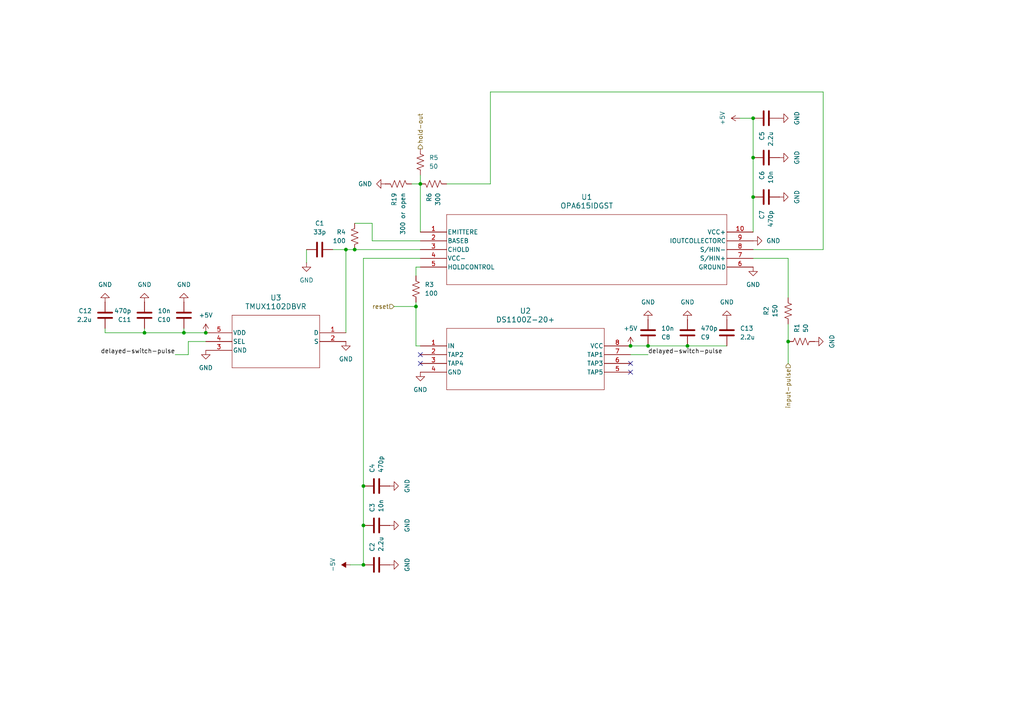
<source format=kicad_sch>
(kicad_sch (version 20231120) (generator "eeschema") (generator_version "8.0")
  (paper "A4")
  (lib_symbols
    (symbol "Device:C" (pin_numbers hide) (pin_names (offset 0.254))
      (property "Reference" "C" (at 0.635 2.54 0))
      (property "Value" "C" (at 0.635 -2.54 0))
      (symbol "C_0_1"
        (polyline (pts (xy -2.032 -0.762) (xy 2.032 -0.762)) (stroke (width 0.508)))
        (polyline (pts (xy -2.032 0.762) (xy 2.032 0.762)) (stroke (width 0.508)))
      )
      (symbol "C_1_1"
        (pin passive line (at 0 3.81 270) (length 2.794) (name "~") (number "1"))
        (pin passive line (at 0 -3.81 90) (length 2.794) (name "~") (number "2"))
      )
    )
    (symbol "Device:R_US" (pin_numbers hide) (pin_names (offset 0))
      (property "Reference" "R" (at 2.54 0 90))
      (property "Value" "R_US" (at -2.54 0 90))
      (symbol "R_US_0_1"
        (polyline (pts (xy 0 -2.286) (xy 0 -2.54)))
        (polyline (pts (xy 0 2.286) (xy 0 2.54)))
        (polyline (pts (xy 0 -0.762) (xy 1.016 -1.143) (xy 0 -1.524) (xy -1.016 -1.905) (xy 0 -2.286)))
        (polyline (pts (xy 0 0.762) (xy 1.016 0.381) (xy 0 0) (xy -1.016 -0.381) (xy 0 -0.762)))
        (polyline (pts (xy 0 2.286) (xy 1.016 1.905) (xy 0 1.524) (xy -1.016 1.143) (xy 0 0.762)))
      )
      (symbol "R_US_1_1"
        (pin passive line (at 0 3.81 270) (length 1.27) (name "~") (number "1"))
        (pin passive line (at 0 -3.81 90) (length 1.27) (name "~") (number "2"))
      )
    )
    (symbol "Project:DS1100Z-20+" (pin_names (offset 0.254))
      (property "Reference" "U" (at 30.48 10.16 0))
      (property "Value" "DS1100Z-20+" (at 30.48 7.62 0))
      (symbol "DS1100Z-20+_0_1"
        (polyline (pts (xy 7.62 -12.7) (xy 53.34 -12.7)) (stroke (width 0.127)))
        (polyline (pts (xy 7.62 5.08) (xy 7.62 -12.7)) (stroke (width 0.127)))
        (polyline (pts (xy 53.34 -12.7) (xy 53.34 5.08)) (stroke (width 0.127)))
        (polyline (pts (xy 53.34 5.08) (xy 7.62 5.08)) (stroke (width 0.127)))
        (pin input line (at 0 0 0) (length 7.62) (name "IN") (number "1"))
        (pin bidirectional line (at 0 -2.54 0) (length 7.62) (name "TAP2") (number "2"))
        (pin bidirectional line (at 0 -5.08 0) (length 7.62) (name "TAP4") (number "3"))
        (pin power_in line (at 0 -7.62 0) (length 7.62) (name "GND") (number "4"))
        (pin bidirectional line (at 60.96 -7.62 180) (length 7.62) (name "TAP5") (number "5"))
        (pin bidirectional line (at 60.96 -5.08 180) (length 7.62) (name "TAP3") (number "6"))
        (pin bidirectional line (at 60.96 -2.54 180) (length 7.62) (name "TAP1") (number "7"))
        (pin power_in line (at 60.96 0 180) (length 7.62) (name "VCC") (number "8"))
      )
    )
    (symbol "Project:OPA615IDGST" (pin_names (offset 0.254))
      (property "Reference" "U" (at 48.26 10.16 0))
      (property "Value" "OPA615IDGST" (at 48.26 7.62 0))
      (symbol "OPA615IDGST_0_1"
        (polyline (pts (xy 7.62 -15.24) (xy 88.9 -15.24)) (stroke (width 0.127)))
        (polyline (pts (xy 7.62 5.08) (xy 7.62 -15.24)) (stroke (width 0.127)))
        (polyline (pts (xy 88.9 -15.24) (xy 88.9 5.08)) (stroke (width 0.127)))
        (polyline (pts (xy 88.9 5.08) (xy 7.62 5.08)) (stroke (width 0.127)))
        (pin power_in line (at 96.52 0 180) (length 7.62) (name "VCC+") (number "10"))
        (pin power_in line (at 0 -7.62 0) (length 7.62) (name "VCC-") (number "4"))
        (pin power_in line (at 96.52 -10.16 180) (length 7.62) (name "GROUND") (number "6"))
        (pin input line (at 96.52 -7.62 180) (length 7.62) (name "S/HIN+") (number "7"))
        (pin input line (at 96.52 -5.08 180) (length 7.62) (name "S/HIN-") (number "8"))
      )
      (symbol "OPA615IDGST_1_1"
        (pin passive line (at 0 0 0) (length 7.62) (name "EMITTERE") (number "1"))
        (pin bidirectional line (at 0 -2.54 0) (length 7.62) (name "BASEB") (number "2"))
        (pin bidirectional line (at 0 -5.08 0) (length 7.62) (name "CHOLD") (number "3"))
        (pin input line (at 0 -10.16 0) (length 7.62) (name "HOLDCONTROL") (number "5"))
        (pin passive line (at 96.52 -2.54 180) (length 7.62) (name "IOUTCOLLECTORC") (number "9"))
      )
    )
    (symbol "Project:TMUX1102DBVR" (pin_names (offset 0.254))
      (property "Reference" "U" (at 0 12.7 0))
      (property "Value" "TMUX1102DBVR" (at 0 10.16 0))
      (symbol "TMUX1102DBVR_0_1"
        (polyline (pts (xy -12.7 -7.62) (xy 12.7 -7.62)) (stroke (width 0.127)))
        (polyline (pts (xy -12.7 7.62) (xy -12.7 -7.62)) (stroke (width 0.127)))
        (polyline (pts (xy 12.7 -7.62) (xy 12.7 7.62)) (stroke (width 0.127)))
        (polyline (pts (xy 12.7 7.62) (xy -12.7 7.62)) (stroke (width 0.127)))
        (pin power_out line (at 20.32 -2.54 180) (length 7.62) (name "GND") (number "3"))
        (pin power_in line (at 20.32 2.54 180) (length 7.62) (name "VDD") (number "5"))
      )
      (symbol "TMUX1102DBVR_1_1"
        (pin passive line (at -20.32 2.54 0) (length 7.62) (name "D") (number "1"))
        (pin passive line (at -20.32 0 0) (length 7.62) (name "S") (number "2"))
        (pin passive line (at 20.32 0 180) (length 7.62) (name "SEL") (number "4"))
      )
    )
    (symbol "power:+5V" (power) (pin_numbers hide) (pin_names (offset 0) hide)
      (property "Value" "+5V" (at 0 3.556 0))
      (symbol "+5V_0_1"
        (polyline (pts (xy -0.762 1.27) (xy 0 2.54)))
        (polyline (pts (xy 0 0) (xy 0 2.54)))
        (polyline (pts (xy 0 2.54) (xy 0.762 1.27)))
      )
      (symbol "+5V_1_1"
        (pin power_in line (at 0 0 90) (length 0) (name "~") (number "1"))
      )
    )
    (symbol "power:-5V" (power) (pin_numbers hide) (pin_names (offset 0) hide)
      (property "Value" "-5V" (at 0 3.556 0))
      (symbol "-5V_0_0"
        (pin power_in line (at 0 0 90) (length 0) (name "~") (number "1"))
      )
      (symbol "-5V_0_1"
        (polyline (pts (xy 0 0) (xy 0 1.27) (xy 0.762 1.27) (xy 0 2.54) (xy -0.762 1.27) (xy 0 1.27)) (fill (type outline)))
      )
    )
    (symbol "power:GND" (power) (pin_numbers hide) (pin_names (offset 0) hide)
      (property "Value" "GND" (at 0 -3.81 0))
      (symbol "GND_0_1"
        (polyline (pts (xy 0 0) (xy 0 -1.27) (xy 1.27 -1.27) (xy 0 -2.54) (xy -1.27 -1.27) (xy 0 -1.27)))
      )
      (symbol "GND_1_1"
        (pin power_in line (at 0 0 270) (length 0) (name "~") (number "1"))
      )
    )
  )
  (junction (at 105.41 152.4))
  (junction (at 53.34 96.52))
  (junction (at 105.41 140.97))
  (junction (at 102.87 72.39))
  (junction (at 199.39 100.33))
  (junction (at 218.44 34.29))
  (junction (at 182.88 100.33))
  (junction (at 41.91 96.52))
  (junction (at 59.69 96.52))
  (junction (at 121.92 53.34))
  (junction (at 105.41 163.83))
  (junction (at 100.33 72.39))
  (junction (at 120.65 88.9))
  (junction (at 218.44 57.15))
  (junction (at 228.6 99.06))
  (junction (at 187.96 100.33))
  (junction (at 218.44 45.72))
  (no_connect (at 121.92 102.87))
  (no_connect (at 182.88 105.41))
  (no_connect (at 121.92 105.41))
  (no_connect (at 182.88 107.95))
  (wire (pts (xy 88.9 72.39) (xy 88.9 76.2)))
  (wire (pts (xy 53.34 96.52) (xy 41.91 96.52)))
  (wire (pts (xy 50.8 102.87) (xy 54.61 102.87)))
  (wire (pts (xy 121.92 53.34) (xy 121.92 50.8)))
  (wire (pts (xy 120.65 87.63) (xy 120.65 88.9)))
  (wire (pts (xy 238.76 26.67) (xy 142.24 26.67)))
  (wire (pts (xy 102.87 72.39) (xy 121.92 72.39)))
  (wire (pts (xy 59.69 96.52) (xy 53.34 96.52)))
  (wire (pts (xy 218.44 72.39) (xy 238.76 72.39)))
  (wire (pts (xy 107.95 69.85) (xy 121.92 69.85)))
  (wire (pts (xy 120.65 77.47) (xy 120.65 80.01)))
  (wire (pts (xy 238.76 72.39) (xy 238.76 26.67)))
  (wire (pts (xy 30.48 96.52) (xy 41.91 96.52)))
  (wire (pts (xy 218.44 34.29) (xy 218.44 45.72)))
  (wire (pts (xy 54.61 102.87) (xy 54.61 99.06)))
  (wire (pts (xy 228.6 99.06) (xy 228.6 105.41)))
  (wire (pts (xy 100.33 72.39) (xy 100.33 96.52)))
  (wire (pts (xy 218.44 57.15) (xy 218.44 67.31)))
  (wire (pts (xy 105.41 163.83) (xy 105.41 152.4)))
  (wire (pts (xy 54.61 99.06) (xy 59.69 99.06)))
  (wire (pts (xy 142.24 26.67) (xy 142.24 53.34)))
  (wire (pts (xy 120.65 77.47) (xy 121.92 77.47)))
  (wire (pts (xy 228.6 74.93) (xy 228.6 86.36)))
  (wire (pts (xy 218.44 74.93) (xy 228.6 74.93)))
  (wire (pts (xy 228.6 93.98) (xy 228.6 99.06)))
  (wire (pts (xy 100.33 72.39) (xy 102.87 72.39)))
  (wire (pts (xy 120.65 88.9) (xy 120.65 100.33)))
  (wire (pts (xy 119.38 53.34) (xy 121.92 53.34)))
  (wire (pts (xy 120.65 100.33) (xy 121.92 100.33)))
  (wire (pts (xy 105.41 74.93) (xy 121.92 74.93)))
  (wire (pts (xy 105.41 152.4) (xy 105.41 140.97)))
  (wire (pts (xy 53.34 95.25) (xy 53.34 96.52)))
  (wire (pts (xy 101.6 163.83) (xy 105.41 163.83)))
  (wire (pts (xy 182.88 102.87) (xy 187.96 102.87)))
  (wire (pts (xy 105.41 74.93) (xy 105.41 140.97)))
  (wire (pts (xy 182.88 100.33) (xy 187.96 100.33)))
  (wire (pts (xy 214.63 34.29) (xy 218.44 34.29)))
  (wire (pts (xy 187.96 100.33) (xy 199.39 100.33)))
  (wire (pts (xy 218.44 45.72) (xy 218.44 57.15)))
  (wire (pts (xy 102.87 64.77) (xy 107.95 64.77)))
  (wire (pts (xy 30.48 95.25) (xy 30.48 96.52)))
  (wire (pts (xy 199.39 100.33) (xy 210.82 100.33)))
  (wire (pts (xy 107.95 64.77) (xy 107.95 69.85)))
  (wire (pts (xy 41.91 96.52) (xy 41.91 95.25)))
  (wire (pts (xy 121.92 53.34) (xy 121.92 67.31)))
  (wire (pts (xy 96.52 72.39) (xy 100.33 72.39)))
  (wire (pts (xy 142.24 53.34) (xy 129.54 53.34)))
  (wire (pts (xy 114.3 88.9) (xy 120.65 88.9)))
  (label "delayed-switch-pulse" (at 50.8 102.87 180))
  (label "delayed-switch-pulse" (at 187.96 102.87 0))
  (hierarchical_label "hold-out" (shape output) (at 121.92 43.18 90))
  (hierarchical_label "input-pulse" (shape input) (at 228.6 105.41 270))
  (hierarchical_label "reset" (shape input) (at 114.3 88.9 180))
  (symbol (lib_id "Device:C") (at 109.22 152.4 90) (unit 1)
    (property "Reference" "C3" (at 107.9499 148.59 0) (effects (justify left)))
    (property "Value" "10n" (at 110.4899 148.59 0) (effects (justify left)))
    (property "Footprint" "Capacitor_SMD:C_0805_2012Metric" (effects (hide yes)))
    (property "Description" "Unpolarized capacitor" (effects (hide yes)))
  )
  (symbol (lib_id "power:+5V") (at 59.69 96.52 0) (unit 1)
    (property "Reference" "#PWR013" (effects (hide yes)))
    (property "Value" "+5V" (at 59.69 91.44 0))
    (property "Description" "Power symbol creates a global label with name \"+5V\"" (effects (hide yes)))
  )
  (symbol (lib_id "power:GND") (at 210.82 92.71 0) (mirror x) (unit 1)
    (property "Reference" "#PWR025" (effects (hide yes)))
    (property "Value" "GND" (at 210.82 87.63 0))
    (property "Description" "Power symbol creates a global label with name \"GND\" , ground" (effects (hide yes)))
  )
  (symbol (lib_id "power:GND") (at 111.76 53.34 270) (unit 1)
    (property "Reference" "#PWR057" (effects (hide yes)))
    (property "Value" "GND" (at 107.95 53.3399 90) (effects (justify right)))
    (property "Description" "Power symbol creates a global label with name \"GND\" , ground" (effects (hide yes)))
  )
  (symbol (lib_id "power:GND") (at 30.48 87.63 180) (unit 1)
    (property "Reference" "#PWR024" (effects (hide yes)))
    (property "Value" "GND" (at 30.48 82.55 0))
    (property "Description" "Power symbol creates a global label with name \"GND\" , ground" (effects (hide yes)))
  )
  (symbol (lib_id "Device:R_US") (at 115.57 53.34 90) (mirror x) (unit 1)
    (property "Reference" "R19" (at 114.2999 55.88 0) (effects (justify left)))
    (property "Value" "300 or open" (at 116.8399 55.88 0) (effects (justify left)))
    (property "Footprint" "Resistor_SMD:R_0402_1005Metric_Pad0.72x0.64mm_HandSolder" (effects (hide yes)))
    (property "Description" "Resistor, US symbol" (effects (hide yes)))
  )
  (symbol (lib_id "power:GND") (at 113.03 152.4 90) (unit 1)
    (property "Reference" "#PWR015" (effects (hide yes)))
    (property "Value" "GND" (at 118.11 152.4 0))
    (property "Description" "Power symbol creates a global label with name \"GND\" , ground" (effects (hide yes)))
  )
  (symbol (lib_id "power:GND") (at 88.9 76.2 0) (unit 1)
    (property "Reference" "#PWR010" (effects (hide yes)))
    (property "Value" "GND" (at 88.9 81.28 0))
    (property "Description" "Power symbol creates a global label with name \"GND\" , ground" (effects (hide yes)))
  )
  (symbol (lib_id "power:GND") (at 218.44 77.47 0) (unit 1)
    (property "Reference" "#PWR05" (effects (hide yes)))
    (property "Value" "GND" (at 218.44 82.55 0))
    (property "Description" "Power symbol creates a global label with name \"GND\" , ground" (effects (hide yes)))
  )
  (symbol (lib_id "Device:C") (at 109.22 163.83 90) (unit 1)
    (property "Reference" "C2" (at 107.9499 160.02 0) (effects (justify left)))
    (property "Value" "2.2u" (at 110.4899 160.02 0) (effects (justify left)))
    (property "Footprint" "Capacitor_SMD:C_1206_3216Metric" (effects (hide yes)))
    (property "Description" "Unpolarized capacitor" (effects (hide yes)))
  )
  (symbol (lib_id "power:+5V") (at 182.88 100.33 0) (unit 1)
    (property "Reference" "#PWR08" (effects (hide yes)))
    (property "Value" "+5V" (at 182.88 95.25 0))
    (property "Description" "Power symbol creates a global label with name \"+5V\"" (effects (hide yes)))
  )
  (symbol (lib_id "Device:C") (at 222.25 34.29 90) (mirror x) (unit 1)
    (property "Reference" "C5" (at 220.9799 38.1 0) (effects (justify left)))
    (property "Value" "2.2u" (at 223.5199 38.1 0) (effects (justify left)))
    (property "Footprint" "Capacitor_SMD:C_1206_3216Metric" (effects (hide yes)))
    (property "Description" "Unpolarized capacitor" (effects (hide yes)))
  )
  (symbol (lib_id "power:GND") (at 226.06 57.15 90) (mirror x) (unit 1)
    (property "Reference" "#PWR019" (effects (hide yes)))
    (property "Value" "GND" (at 231.14 57.15 0))
    (property "Description" "Power symbol creates a global label with name \"GND\" , ground" (effects (hide yes)))
  )
  (symbol (lib_id "Project:OPA615IDGST") (at 121.92 67.31 0) (unit 1)
    (property "Reference" "U1" (at 170.18 57.15 0) (effects (font (size 1.524 1.524))))
    (property "Value" "OPA615IDGST" (at 170.18 59.69 0) (effects (font (size 1.524 1.524))))
    (property "Footprint" "Project:DGS10" (effects (hide yes)))
    (property "Datasheet" "OPA615IDGST" (effects (hide yes)))
  )
  (symbol (lib_id "Device:R_US") (at 232.41 99.06 270) (unit 1)
    (property "Reference" "R1" (at 231.1399 96.52 0) (effects (justify right)))
    (property "Value" "50" (at 233.6799 96.52 0) (effects (justify right)))
    (property "Footprint" "Resistor_SMD:R_0805_2012Metric" (effects (hide yes)))
    (property "Description" "Resistor, US symbol" (effects (hide yes)))
  )
  (symbol (lib_id "Device:C") (at 187.96 96.52 0) (mirror x) (unit 1)
    (property "Reference" "C8" (at 191.77 97.7901 0) (effects (justify left)))
    (property "Value" "10n" (at 191.77 95.2501 0) (effects (justify left)))
    (property "Footprint" "Capacitor_SMD:C_0805_2012Metric" (effects (hide yes)))
    (property "Description" "Unpolarized capacitor" (effects (hide yes)))
  )
  (symbol (lib_id "power:GND") (at 226.06 34.29 90) (mirror x) (unit 1)
    (property "Reference" "#PWR017" (effects (hide yes)))
    (property "Value" "GND" (at 231.14 34.29 0))
    (property "Description" "Power symbol creates a global label with name \"GND\" , ground" (effects (hide yes)))
  )
  (symbol (lib_id "Device:C") (at 92.71 72.39 90) (unit 1)
    (property "Reference" "C1" (at 92.71 64.77 90))
    (property "Value" "33p" (at 92.71 67.31 90))
    (property "Footprint" "Project:FKP2_04.5WX06.0HX07.2L_WIM" (effects (hide yes)))
    (property "Description" "Unpolarized capacitor" (effects (hide yes)))
  )
  (symbol (lib_id "power:GND") (at 199.39 92.71 0) (mirror x) (unit 1)
    (property "Reference" "#PWR021" (effects (hide yes)))
    (property "Value" "GND" (at 199.39 87.63 0))
    (property "Description" "Power symbol creates a global label with name \"GND\" , ground" (effects (hide yes)))
  )
  (symbol (lib_id "Device:C") (at 222.25 57.15 90) (mirror x) (unit 1)
    (property "Reference" "C7" (at 220.9799 60.96 0) (effects (justify left)))
    (property "Value" "470p" (at 223.5199 60.96 0) (effects (justify left)))
    (property "Footprint" "Capacitor_SMD:C_0805_2012Metric" (effects (hide yes)))
    (property "Description" "Unpolarized capacitor" (effects (hide yes)))
  )
  (symbol (lib_id "power:GND") (at 187.96 92.71 0) (mirror x) (unit 1)
    (property "Reference" "#PWR020" (effects (hide yes)))
    (property "Value" "GND" (at 187.96 87.63 0))
    (property "Description" "Power symbol creates a global label with name \"GND\" , ground" (effects (hide yes)))
  )
  (symbol (lib_id "power:-5V") (at 101.6 163.83 90) (unit 1)
    (property "Reference" "#PWR07" (effects (hide yes)))
    (property "Value" "-5V" (at 96.52 163.83 0))
    (property "Description" "Power symbol creates a global label with name \"-5V\"" (effects (hide yes)))
  )
  (symbol (lib_id "Device:R_US") (at 121.92 46.99 180) (unit 1)
    (property "Reference" "R5" (at 124.46 45.7199 0) (effects (justify right)))
    (property "Value" "50" (at 124.46 48.2599 0) (effects (justify right)))
    (property "Footprint" "Resistor_SMD:R_0805_2012Metric" (effects (hide yes)))
    (property "Description" "Resistor, US symbol" (effects (hide yes)))
  )
  (symbol (lib_id "power:GND") (at 41.91 87.63 180) (unit 1)
    (property "Reference" "#PWR023" (effects (hide yes)))
    (property "Value" "GND" (at 41.91 82.55 0))
    (property "Description" "Power symbol creates a global label with name \"GND\" , ground" (effects (hide yes)))
  )
  (symbol (lib_id "Device:C") (at 53.34 91.44 180) (unit 1)
    (property "Reference" "C10" (at 49.53 92.7101 0) (effects (justify left)))
    (property "Value" "10n" (at 49.53 90.1701 0) (effects (justify left)))
    (property "Footprint" "Capacitor_SMD:C_0805_2012Metric" (effects (hide yes)))
    (property "Description" "Unpolarized capacitor" (effects (hide yes)))
  )
  (symbol (lib_id "power:GND") (at 226.06 45.72 90) (mirror x) (unit 1)
    (property "Reference" "#PWR018" (effects (hide yes)))
    (property "Value" "GND" (at 231.14 45.72 0))
    (property "Description" "Power symbol creates a global label with name \"GND\" , ground" (effects (hide yes)))
  )
  (symbol (lib_id "power:GND") (at 113.03 140.97 90) (unit 1)
    (property "Reference" "#PWR016" (effects (hide yes)))
    (property "Value" "GND" (at 118.11 140.97 0))
    (property "Description" "Power symbol creates a global label with name \"GND\" , ground" (effects (hide yes)))
  )
  (symbol (lib_id "Device:C") (at 41.91 91.44 180) (unit 1)
    (property "Reference" "C11" (at 38.1 92.7101 0) (effects (justify left)))
    (property "Value" "470p" (at 38.1 90.1701 0) (effects (justify left)))
    (property "Footprint" "Capacitor_SMD:C_0805_2012Metric" (effects (hide yes)))
    (property "Description" "Unpolarized capacitor" (effects (hide yes)))
  )
  (symbol (lib_id "Device:R_US") (at 120.65 83.82 0) (unit 1)
    (property "Reference" "R3" (at 123.19 82.5499 0) (effects (justify left)))
    (property "Value" "100" (at 123.19 85.0899 0) (effects (justify left)))
    (property "Footprint" "Resistor_SMD:R_1206_3216Metric" (effects (hide yes)))
    (property "Description" "Resistor, US symbol" (effects (hide yes)))
  )
  (symbol (lib_id "power:GND") (at 218.44 69.85 90) (unit 1)
    (property "Reference" "#PWR026" (effects (hide yes)))
    (property "Value" "GND" (at 222.25 69.8499 90) (effects (justify right)))
    (property "Description" "Power symbol creates a global label with name \"GND\" , ground" (effects (hide yes)))
  )
  (symbol (lib_id "power:GND") (at 100.33 99.06 0) (unit 1)
    (property "Reference" "#PWR011" (effects (hide yes)))
    (property "Value" "GND" (at 100.33 104.14 0))
    (property "Description" "Power symbol creates a global label with name \"GND\" , ground" (effects (hide yes)))
  )
  (symbol (lib_id "Device:R_US") (at 228.6 90.17 0) (unit 1)
    (property "Reference" "R2" (at 222.25 90.17 90))
    (property "Value" "150" (at 224.79 90.17 90))
    (property "Footprint" "Resistor_SMD:R_1206_3216Metric" (effects (hide yes)))
    (property "Description" "Resistor, US symbol" (effects (hide yes)))
  )
  (symbol (lib_id "power:GND") (at 53.34 87.63 180) (unit 1)
    (property "Reference" "#PWR022" (effects (hide yes)))
    (property "Value" "GND" (at 53.34 82.55 0))
    (property "Description" "Power symbol creates a global label with name \"GND\" , ground" (effects (hide yes)))
  )
  (symbol (lib_id "Project:TMUX1102DBVR") (at 80.01 99.06 0) (mirror y) (unit 1)
    (property "Reference" "U3" (at 80.01 86.36 0) (effects (font (size 1.524 1.524))))
    (property "Value" "TMUX1102DBVR" (at 80.01 88.9 0) (effects (font (size 1.524 1.524))))
    (property "Footprint" "Package_TO_SOT_SMD:SOT-23-5" (effects (hide yes)))
    (property "Datasheet" "TMUX1102DBVR" (effects (hide yes)))
  )
  (symbol (lib_id "power:GND") (at 236.22 99.06 90) (mirror x) (unit 1)
    (property "Reference" "#PWR04" (effects (hide yes)))
    (property "Value" "GND" (at 241.3 99.06 0))
    (property "Description" "Power symbol creates a global label with name \"GND\" , ground" (effects (hide yes)))
  )
  (symbol (lib_id "Device:C") (at 210.82 96.52 180) (unit 1)
    (property "Reference" "C13" (at 214.63 95.2499 0) (effects (justify right)))
    (property "Value" "2.2u" (at 214.63 97.7899 0) (effects (justify right)))
    (property "Footprint" "Capacitor_SMD:C_1206_3216Metric" (effects (hide yes)))
    (property "Description" "Unpolarized capacitor" (effects (hide yes)))
  )
  (symbol (lib_id "Project:DS1100Z-20+") (at 121.92 100.33 0) (unit 1)
    (property "Reference" "U2" (at 152.4 90.17 0) (effects (font (size 1.524 1.524))))
    (property "Value" "DS1100Z-20+" (at 152.4 92.71 0) (effects (font (size 1.524 1.524))))
    (property "Footprint" "Project:21-0041B_8_MXM" (effects (hide yes)))
    (property "Datasheet" "DS1100Z-20+" (effects (hide yes)))
  )
  (symbol (lib_id "power:GND") (at 59.69 101.6 0) (unit 1)
    (property "Reference" "#PWR012" (effects (hide yes)))
    (property "Value" "GND" (at 59.69 106.68 0))
    (property "Description" "Power symbol creates a global label with name \"GND\" , ground" (effects (hide yes)))
  )
  (symbol (lib_id "Device:R_US") (at 125.73 53.34 90) (mirror x) (unit 1)
    (property "Reference" "R6" (at 124.4599 55.88 0) (effects (justify left)))
    (property "Value" "300" (at 126.9999 55.88 0) (effects (justify left)))
    (property "Footprint" "Resistor_SMD:R_0402_1005Metric_Pad0.72x0.64mm_HandSolder" (effects (hide yes)))
    (property "Description" "Resistor, US symbol" (effects (hide yes)))
  )
  (symbol (lib_id "Device:C") (at 222.25 45.72 90) (mirror x) (unit 1)
    (property "Reference" "C6" (at 220.9799 49.53 0) (effects (justify left)))
    (property "Value" "10n" (at 223.5199 49.53 0) (effects (justify left)))
    (property "Footprint" "Capacitor_SMD:C_0805_2012Metric" (effects (hide yes)))
    (property "Description" "Unpolarized capacitor" (effects (hide yes)))
  )
  (symbol (lib_id "power:GND") (at 113.03 163.83 90) (unit 1)
    (property "Reference" "#PWR014" (effects (hide yes)))
    (property "Value" "GND" (at 118.11 163.83 0))
    (property "Description" "Power symbol creates a global label with name \"GND\" , ground" (effects (hide yes)))
  )
  (symbol (lib_id "Device:C") (at 109.22 140.97 90) (unit 1)
    (property "Reference" "C4" (at 107.9499 137.16 0) (effects (justify left)))
    (property "Value" "470p" (at 110.4899 137.16 0) (effects (justify left)))
    (property "Footprint" "Capacitor_SMD:C_0805_2012Metric" (effects (hide yes)))
    (property "Description" "Unpolarized capacitor" (effects (hide yes)))
  )
  (symbol (lib_id "Device:C") (at 30.48 91.44 0) (mirror x) (unit 1)
    (property "Reference" "C12" (at 26.67 90.1699 0) (effects (justify right)))
    (property "Value" "2.2u" (at 26.67 92.7099 0) (effects (justify right)))
    (property "Footprint" "Capacitor_SMD:C_1206_3216Metric" (effects (hide yes)))
    (property "Description" "Unpolarized capacitor" (effects (hide yes)))
  )
  (symbol (lib_id "power:GND") (at 121.92 107.95 0) (unit 1)
    (property "Reference" "#PWR09" (effects (hide yes)))
    (property "Value" "GND" (at 121.92 113.03 0))
    (property "Description" "Power symbol creates a global label with name \"GND\" , ground" (effects (hide yes)))
  )
  (symbol (lib_id "power:+5V") (at 214.63 34.29 90) (mirror x) (unit 1)
    (property "Reference" "#PWR06" (effects (hide yes)))
    (property "Value" "+5V" (at 209.55 34.29 0))
    (property "Description" "Power symbol creates a global label with name \"+5V\"" (effects (hide yes)))
  )
  (symbol (lib_id "Device:C") (at 199.39 96.52 0) (mirror x) (unit 1)
    (property "Reference" "C9" (at 203.2 97.7901 0) (effects (justify left)))
    (property "Value" "470p" (at 203.2 95.2501 0) (effects (justify left)))
    (property "Footprint" "Capacitor_SMD:C_0805_2012Metric" (effects (hide yes)))
    (property "Description" "Unpolarized capacitor" (effects (hide yes)))
  )
  (symbol (lib_id "Device:R_US") (at 102.87 68.58 0) (mirror y) (unit 1)
    (property "Reference" "R4" (at 100.33 67.3099 0) (effects (justify left)))
    (property "Value" "100" (at 100.33 69.8499 0) (effects (justify left)))
    (property "Footprint" "Resistor_SMD:R_0402_1005Metric_Pad0.72x0.64mm_HandSolder" (effects (hide yes)))
    (property "Description" "Resistor, US symbol" (effects (hide yes)))
  )
)
</source>
